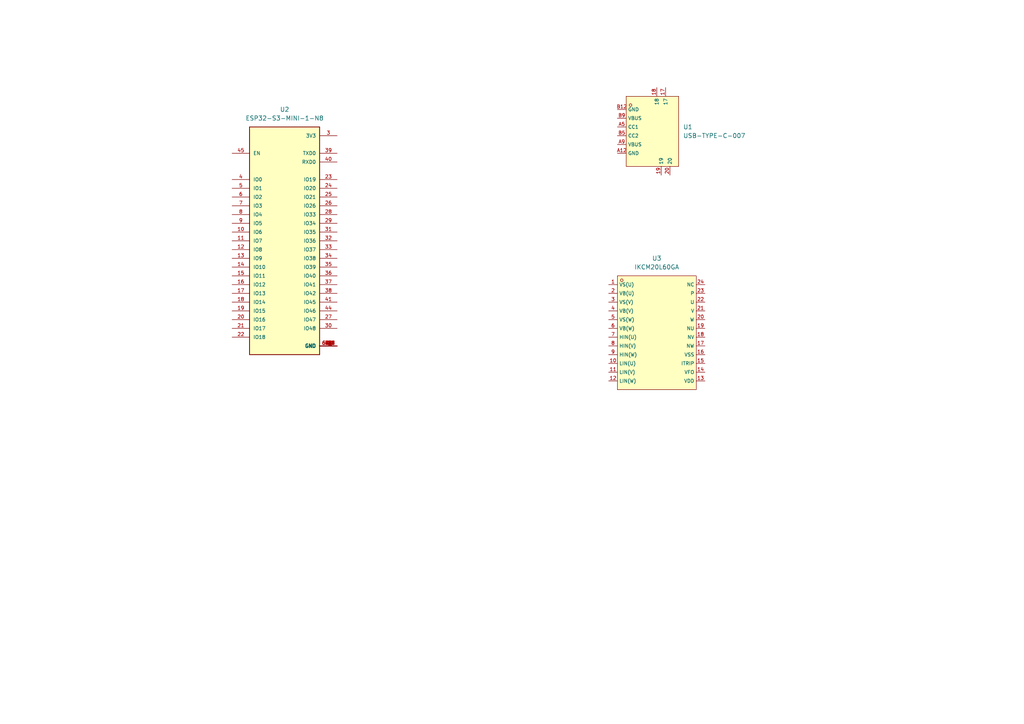
<source format=kicad_sch>
(kicad_sch (version 20230121) (generator eeschema)
  (paper "A4")
  (lib_symbols
    (symbol "ESP32-S3-MINI-1-N8:ESP32-S3-MINI-1-N8" (pin_names (offset 1.016))
      (property "Reference" "U" (at -10.16 34.29 0))
      (property "Value" "ESP32-S3-MINI-1-N8" (at -10.16 -35.56 0))
      (symbol "ESP32-S3-MINI-1-N8_0_0"
        (rectangle (start -10.16 -33.02) (end 10.16 33.02) (stroke (width 0.254)) (fill (type background)))
        (pin power_in line (at 15.24 -30.48 180) (length 5.08) (name "GND") (number "1"))
        (pin bidirectional line (at -15.24 2.54 0) (length 5.08) (name "IO6") (number "10"))
        (pin bidirectional line (at -15.24 0 0) (length 5.08) (name "IO7") (number "11"))
        (pin bidirectional line (at -15.24 -2.54 0) (length 5.08) (name "IO8") (number "12"))
        (pin bidirectional line (at -15.24 -5.08 0) (length 5.08) (name "IO9") (number "13"))
        (pin bidirectional line (at -15.24 -7.62 0) (length 5.08) (name "IO10") (number "14"))
        (pin bidirectional line (at -15.24 -10.16 0) (length 5.08) (name "IO11") (number "15"))
        (pin bidirectional line (at -15.24 -12.7 0) (length 5.08) (name "IO12") (number "16"))
        (pin bidirectional line (at -15.24 -15.24 0) (length 5.08) (name "IO13") (number "17"))
        (pin bidirectional line (at -15.24 -17.78 0) (length 5.08) (name "IO14") (number "18"))
        (pin bidirectional line (at -15.24 -20.32 0) (length 5.08) (name "IO15") (number "19"))
        (pin power_in line (at 15.24 -30.48 180) (length 5.08) (name "GND") (number "2"))
        (pin bidirectional line (at -15.24 -22.86 0) (length 5.08) (name "IO16") (number "20"))
        (pin bidirectional line (at -15.24 -25.4 0) (length 5.08) (name "IO17") (number "21"))
        (pin bidirectional line (at -15.24 -27.94 0) (length 5.08) (name "IO18") (number "22"))
        (pin bidirectional line (at 15.24 17.78 180) (length 5.08) (name "IO19") (number "23"))
        (pin bidirectional line (at 15.24 15.24 180) (length 5.08) (name "IO20") (number "24"))
        (pin bidirectional line (at 15.24 12.7 180) (length 5.08) (name "IO21") (number "25"))
        (pin bidirectional line (at 15.24 10.16 180) (length 5.08) (name "IO26") (number "26"))
        (pin bidirectional line (at 15.24 -22.86 180) (length 5.08) (name "IO47") (number "27"))
        (pin bidirectional line (at 15.24 7.62 180) (length 5.08) (name "IO33") (number "28"))
        (pin bidirectional line (at 15.24 5.08 180) (length 5.08) (name "IO34") (number "29"))
        (pin power_in line (at 15.24 30.48 180) (length 5.08) (name "3V3") (number "3"))
        (pin bidirectional line (at 15.24 -25.4 180) (length 5.08) (name "IO48") (number "30"))
        (pin bidirectional line (at 15.24 2.54 180) (length 5.08) (name "IO35") (number "31"))
        (pin bidirectional line (at 15.24 0 180) (length 5.08) (name "IO36") (number "32"))
        (pin bidirectional line (at 15.24 -2.54 180) (length 5.08) (name "IO37") (number "33"))
        (pin bidirectional line (at 15.24 -5.08 180) (length 5.08) (name "IO38") (number "34"))
        (pin bidirectional line (at 15.24 -7.62 180) (length 5.08) (name "IO39") (number "35"))
        (pin bidirectional line (at 15.24 -10.16 180) (length 5.08) (name "IO40") (number "36"))
        (pin bidirectional line (at 15.24 -12.7 180) (length 5.08) (name "IO41") (number "37"))
        (pin bidirectional line (at 15.24 -15.24 180) (length 5.08) (name "IO42") (number "38"))
        (pin bidirectional line (at 15.24 25.4 180) (length 5.08) (name "TXD0") (number "39"))
        (pin bidirectional line (at -15.24 17.78 0) (length 5.08) (name "IO0") (number "4"))
        (pin bidirectional line (at 15.24 22.86 180) (length 5.08) (name "RXD0") (number "40"))
        (pin bidirectional line (at 15.24 -17.78 180) (length 5.08) (name "IO45") (number "41"))
        (pin power_in line (at 15.24 -30.48 180) (length 5.08) (name "GND") (number "42"))
        (pin power_in line (at 15.24 -30.48 180) (length 5.08) (name "GND") (number "43"))
        (pin bidirectional line (at 15.24 -20.32 180) (length 5.08) (name "IO46") (number "44"))
        (pin input line (at -15.24 25.4 0) (length 5.08) (name "EN") (number "45"))
        (pin power_in line (at 15.24 -30.48 180) (length 5.08) (name "GND") (number "46"))
        (pin power_in line (at 15.24 -30.48 180) (length 5.08) (name "GND") (number "47"))
        (pin power_in line (at 15.24 -30.48 180) (length 5.08) (name "GND") (number "48"))
        (pin power_in line (at 15.24 -30.48 180) (length 5.08) (name "GND") (number "49"))
        (pin bidirectional line (at -15.24 15.24 0) (length 5.08) (name "IO1") (number "5"))
        (pin power_in line (at 15.24 -30.48 180) (length 5.08) (name "GND") (number "50"))
        (pin power_in line (at 15.24 -30.48 180) (length 5.08) (name "GND") (number "51"))
        (pin power_in line (at 15.24 -30.48 180) (length 5.08) (name "GND") (number "52"))
        (pin power_in line (at 15.24 -30.48 180) (length 5.08) (name "GND") (number "53"))
        (pin power_in line (at 15.24 -30.48 180) (length 5.08) (name "GND") (number "54"))
        (pin power_in line (at 15.24 -30.48 180) (length 5.08) (name "GND") (number "55"))
        (pin power_in line (at 15.24 -30.48 180) (length 5.08) (name "GND") (number "56"))
        (pin power_in line (at 15.24 -30.48 180) (length 5.08) (name "GND") (number "57"))
        (pin power_in line (at 15.24 -30.48 180) (length 5.08) (name "GND") (number "58"))
        (pin power_in line (at 15.24 -30.48 180) (length 5.08) (name "GND") (number "59"))
        (pin bidirectional line (at -15.24 12.7 0) (length 5.08) (name "IO2") (number "6"))
        (pin power_in line (at 15.24 -30.48 180) (length 5.08) (name "GND") (number "60"))
        (pin power_in line (at 15.24 -30.48 180) (length 5.08) (name "GND") (number "61"))
        (pin power_in line (at 15.24 -30.48 180) (length 5.08) (name "GND") (number "61_1"))
        (pin power_in line (at 15.24 -30.48 180) (length 5.08) (name "GND") (number "61_2"))
        (pin power_in line (at 15.24 -30.48 180) (length 5.08) (name "GND") (number "61_3"))
        (pin power_in line (at 15.24 -30.48 180) (length 5.08) (name "GND") (number "61_4"))
        (pin power_in line (at 15.24 -30.48 180) (length 5.08) (name "GND") (number "61_5"))
        (pin power_in line (at 15.24 -30.48 180) (length 5.08) (name "GND") (number "61_6"))
        (pin power_in line (at 15.24 -30.48 180) (length 5.08) (name "GND") (number "61_7"))
        (pin power_in line (at 15.24 -30.48 180) (length 5.08) (name "GND") (number "61_8"))
        (pin power_in line (at 15.24 -30.48 180) (length 5.08) (name "GND") (number "62"))
        (pin power_in line (at 15.24 -30.48 180) (length 5.08) (name "GND") (number "63"))
        (pin power_in line (at 15.24 -30.48 180) (length 5.08) (name "GND") (number "64"))
        (pin power_in line (at 15.24 -30.48 180) (length 5.08) (name "GND") (number "65"))
        (pin bidirectional line (at -15.24 10.16 0) (length 5.08) (name "IO3") (number "7"))
        (pin bidirectional line (at -15.24 7.62 0) (length 5.08) (name "IO4") (number "8"))
        (pin bidirectional line (at -15.24 5.08 0) (length 5.08) (name "IO5") (number "9"))
      )
    )
    (symbol "IKCM20L60GA:IKCM20L60GA"
      (property "Reference" "U" (at 0 1.27 0))
      (property "Value" "IKCM20L60GA" (at 0 -2.54 0))
      (symbol "IKCM20L60GA_0_1"
        (rectangle (start -12.7 17.78) (end 10.16 -15.24) (fill (type background)))
        (circle (center -11.43 16.51) (radius 0.381) (fill (type background)))
        (pin unspecified line (at -15.24 15.24 0) (length 2.54) (name "VS(U)") (number "1"))
        (pin unspecified line (at -15.24 -7.62 0) (length 2.54) (name "LIN(U)") (number "10"))
        (pin unspecified line (at -15.24 -10.16 0) (length 2.54) (name "LIN(V)") (number "11"))
        (pin unspecified line (at -15.24 -12.7 0) (length 2.54) (name "LIN(W)") (number "12"))
        (pin unspecified line (at 12.7 -12.7 180) (length 2.54) (name "VDD") (number "13"))
        (pin unspecified line (at 12.7 -10.16 180) (length 2.54) (name "VFO") (number "14"))
        (pin unspecified line (at 12.7 -7.62 180) (length 2.54) (name "ITRIP") (number "15"))
        (pin unspecified line (at 12.7 -5.08 180) (length 2.54) (name "VSS") (number "16"))
        (pin unspecified line (at 12.7 -2.54 180) (length 2.54) (name "NW") (number "17"))
        (pin unspecified line (at 12.7 0 180) (length 2.54) (name "NV") (number "18"))
        (pin unspecified line (at 12.7 2.54 180) (length 2.54) (name "NU") (number "19"))
        (pin unspecified line (at -15.24 12.7 0) (length 2.54) (name "VB(U)") (number "2"))
        (pin unspecified line (at 12.7 5.08 180) (length 2.54) (name "W") (number "20"))
        (pin unspecified line (at 12.7 7.62 180) (length 2.54) (name "V") (number "21"))
        (pin unspecified line (at 12.7 10.16 180) (length 2.54) (name "U") (number "22"))
        (pin unspecified line (at 12.7 12.7 180) (length 2.54) (name "P") (number "23"))
        (pin unspecified line (at 12.7 15.24 180) (length 2.54) (name "NC") (number "24"))
        (pin unspecified line (at -15.24 10.16 0) (length 2.54) (name "VS(V)") (number "3"))
        (pin unspecified line (at -15.24 7.62 0) (length 2.54) (name "VB(V)") (number "4"))
        (pin unspecified line (at -15.24 5.08 0) (length 2.54) (name "VS(W)") (number "5"))
        (pin unspecified line (at -15.24 2.54 0) (length 2.54) (name "VB(W)") (number "6"))
        (pin unspecified line (at -15.24 0 0) (length 2.54) (name "HIN(U)") (number "7"))
        (pin unspecified line (at -15.24 -2.54 0) (length 2.54) (name "HIN(V)") (number "8"))
        (pin unspecified line (at -15.24 -5.08 0) (length 2.54) (name "HIN(W)") (number "9"))
      )
    )
    (symbol "USB-TYPE-C-007:USB-TYPE-C-007"
      (property "Reference" "U" (at 0 1.27 0))
      (property "Value" "USB-TYPE-C-007" (at 0 -2.54 0))
      (symbol "USB-TYPE-C-007_0_1"
        (rectangle (start -6.35 10.16) (end 8.89 -10.16) (fill (type background)))
        (circle (center -5.08 7.62) (radius 0.381) (fill (type background)))
        (pin unspecified line (at 5.08 12.7 270) (length 2.54) (name "17") (number "17"))
        (pin unspecified line (at 2.54 12.7 270) (length 2.54) (name "18") (number "18"))
        (pin unspecified line (at 3.81 -12.7 90) (length 2.54) (name "19") (number "19"))
        (pin unspecified line (at 6.35 -12.7 90) (length 2.54) (name "20") (number "20"))
        (pin unspecified line (at -8.89 -6.35 0) (length 2.54) (name "GND") (number "A12"))
        (pin unspecified line (at -8.89 1.27 0) (length 2.54) (name "CC1") (number "A5"))
        (pin unspecified line (at -8.89 -3.81 0) (length 2.54) (name "VBUS") (number "A9"))
        (pin unspecified line (at -8.89 6.35 0) (length 2.54) (name "GND") (number "B12"))
        (pin unspecified line (at -8.89 -1.27 0) (length 2.54) (name "CC2") (number "B5"))
        (pin unspecified line (at -8.89 3.81 0) (length 2.54) (name "VBUS") (number "B9"))
      )
    )
  )
  (symbol (lib_id "IKCM20L60GA:IKCM20L60GA") (at 191.77 97.79 0) (unit 1)
    (property "Reference" "U3" (at 190.5 74.93 0))
    (property "Value" "IKCM20L60GA" (at 190.5 77.47 0))
    (property "Footprint" "footprint:DIP-24_L36.0-W21.0-P1.60-LS28.6-TL" (effects hide))
    (property "Datasheet" "https://item.szlcsc.com/556478.html" (effects hide))
    (property "LCSC" "C536161" (effects hide))
  )
  (symbol (lib_id "ESP32-S3-MINI-1-N8:ESP32-S3-MINI-1-N8") (at 82.55 69.85 0) (unit 1)
    (property "Reference" "U2" (at 82.55 31.75 0))
    (property "Value" "ESP32-S3-MINI-1-N8" (at 82.55 34.29 0))
    (property "Footprint" "footprint:BULETM-SMD_ESP32-S3-MINI-1-N8" (effects hide))
    (property "MF" "Espressif Systems" (effects hide))
    (property "MAXIMUM_PACKAGE_HEIGHT" "2.55mm" (effects hide))
    (property "Package" "None" (effects hide))
    (property "Price" "None" (effects hide))
    (property "Check_prices" "https://www.snapeda.com/parts/ESP32-S3-MINI-1-N8/Espressif+Systems/view-part/?ref=eda" (effects hide))
    (property "STANDARD" "Manufacturer Recommendations" (effects hide))
    (property "PARTREV" "v0.6" (effects hide))
    (property "SnapEDA_Link" "https://www.snapeda.com/parts/ESP32-S3-MINI-1-N8/Espressif+Systems/view-part/?ref=snap" (effects hide))
    (property "MP" "ESP32-S3-MINI-1-N8" (effects hide))
    (property "Purchase-URL" "https://www.snapeda.com/api/url_track_click_mouser/?unipart_id=8941370&manufacturer=Espressif Systems&part_name=ESP32-S3-MINI-1-N8&search_term=None" (effects hide))
    (property "Description" "\nBluetooth, WiFi 802.11b/g/n, Bluetooth v5.0 Transceiver Module 2.4GHz PCB Trace Surface Mount\n" (effects hide))
    (property "Availability" "In Stock" (effects hide))
    (property "MANUFACTURER" "Espressif" (effects hide))
  )
  (symbol (lib_id "USB-TYPE-C-007:USB-TYPE-C-007") (at 187.96 38.1 0) (unit 1)
    (property "Reference" "U1" (at 198.12 36.83 0) (effects (justify left)))
    (property "Value" "USB-TYPE-C-007" (at 198.12 39.37 0) (effects (justify left)))
    (property "Footprint" "footprint:TYPE-C-SMD_USB-TYPE-C-007" (effects hide))
    (property "Datasheet" "https://atta.szlcsc.com/upload/public/pdf/source/20211217/F345BBF13C3CEC304DBEB8D87DF0AF9A.pdf" (effects hide))
    (property "LCSC" "C2927027" (effects hide))
  )
)
</source>
